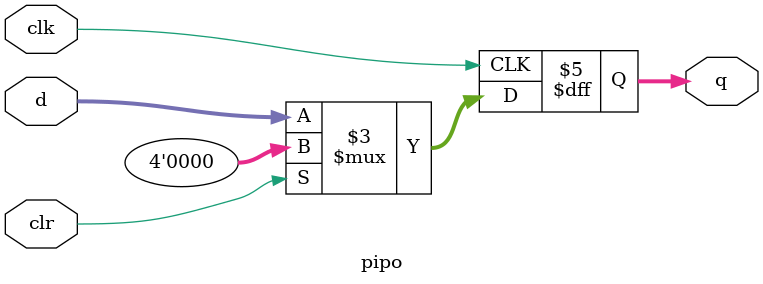
<source format=v>
`timescale 1ns / 1ps


module pipo(clk,clr,d,q);
input clk,clr;
input [3:0] d;
output reg [3:0] q;
 always @ (posedge clk)
 begin 
 if(clr)
 q <= 4'b0000;
 else
 q <= d;
 end
endmodule

</source>
